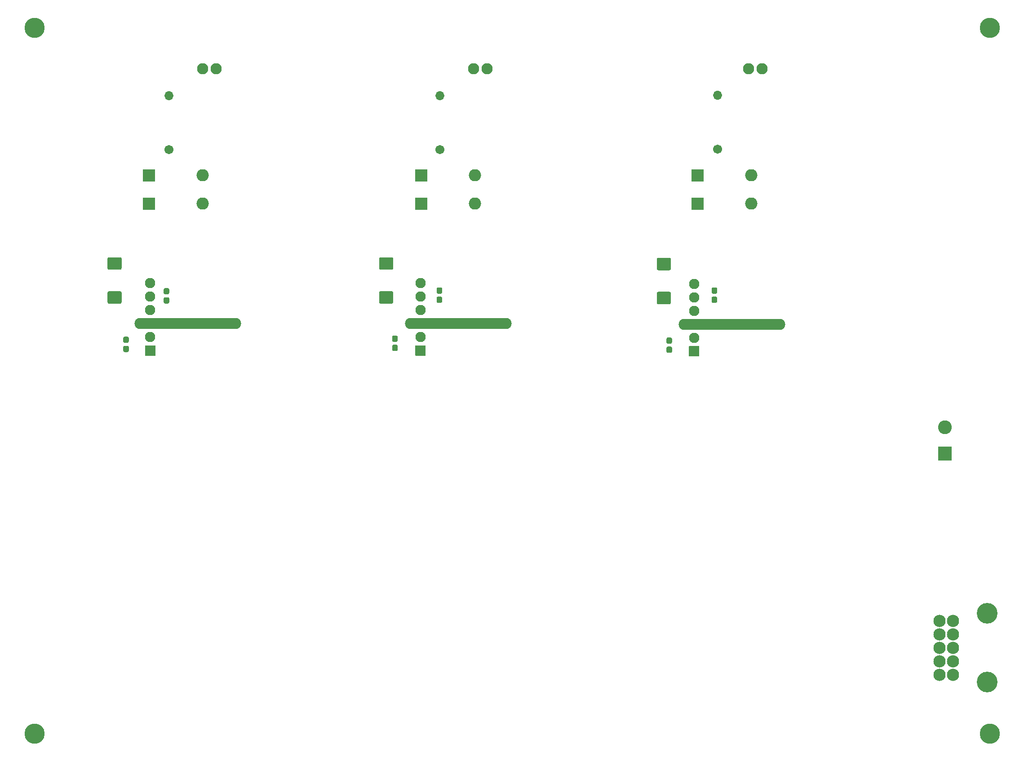
<source format=gbr>
%TF.GenerationSoftware,KiCad,Pcbnew,5.1.10-88a1d61d58~88~ubuntu20.04.1*%
%TF.CreationDate,2021-06-08T11:44:55+07:00*%
%TF.ProjectId,Analog_decoupling,416e616c-6f67-45f6-9465-636f75706c69,rev?*%
%TF.SameCoordinates,Original*%
%TF.FileFunction,Soldermask,Bot*%
%TF.FilePolarity,Negative*%
%FSLAX46Y46*%
G04 Gerber Fmt 4.6, Leading zero omitted, Abs format (unit mm)*
G04 Created by KiCad (PCBNEW 5.1.10-88a1d61d58~88~ubuntu20.04.1) date 2021-06-08 11:44:55*
%MOMM*%
%LPD*%
G01*
G04 APERTURE LIST*
%ADD10C,1.952000*%
%ADD11O,20.102000X2.102000*%
%ADD12C,3.902000*%
%ADD13C,2.702000*%
%ADD14O,1.702000X1.702000*%
%ADD15C,1.702000*%
%ADD16C,2.602000*%
%ADD17C,2.302000*%
%ADD18C,2.122000*%
%ADD19O,2.302000X2.302000*%
%ADD20C,3.802000*%
G04 APERTURE END LIST*
D10*
%TO.C,PS3*%
X191770000Y-104013000D03*
X191770000Y-106553000D03*
X191770000Y-109093000D03*
X191770000Y-114173000D03*
G36*
G01*
X192746000Y-115788000D02*
X192746000Y-117638000D01*
G75*
G02*
X192695000Y-117689000I-51000J0D01*
G01*
X190845000Y-117689000D01*
G75*
G02*
X190794000Y-117638000I0J51000D01*
G01*
X190794000Y-115788000D01*
G75*
G02*
X190845000Y-115737000I51000J0D01*
G01*
X192695000Y-115737000D01*
G75*
G02*
X192746000Y-115788000I0J-51000D01*
G01*
G37*
%TD*%
%TO.C,PS2*%
X140208000Y-103886000D03*
X140208000Y-106426000D03*
X140208000Y-108966000D03*
X140208000Y-114046000D03*
G36*
G01*
X141184000Y-115661000D02*
X141184000Y-117511000D01*
G75*
G02*
X141133000Y-117562000I-51000J0D01*
G01*
X139283000Y-117562000D01*
G75*
G02*
X139232000Y-117511000I0J51000D01*
G01*
X139232000Y-115661000D01*
G75*
G02*
X139283000Y-115610000I51000J0D01*
G01*
X141133000Y-115610000D01*
G75*
G02*
X141184000Y-115661000I0J-51000D01*
G01*
G37*
%TD*%
D11*
%TO.C,REF\u002A\u002A*%
X198882000Y-111633000D03*
%TD*%
%TO.C,REF\u002A\u002A*%
X147320000Y-111506000D03*
%TD*%
D10*
%TO.C,PS1*%
X89281000Y-103886000D03*
X89281000Y-106426000D03*
X89281000Y-108966000D03*
X89281000Y-114046000D03*
G36*
G01*
X90257000Y-115661000D02*
X90257000Y-117511000D01*
G75*
G02*
X90206000Y-117562000I-51000J0D01*
G01*
X88356000Y-117562000D01*
G75*
G02*
X88305000Y-117511000I0J51000D01*
G01*
X88305000Y-115661000D01*
G75*
G02*
X88356000Y-115610000I51000J0D01*
G01*
X90206000Y-115610000D01*
G75*
G02*
X90257000Y-115661000I0J-51000D01*
G01*
G37*
%TD*%
D11*
%TO.C,REF\u002A\u002A*%
X96393000Y-111506000D03*
%TD*%
D12*
%TO.C,REF\u002A\u002A*%
X247015000Y-166116000D03*
D13*
X247015000Y-166116000D03*
%TD*%
D12*
%TO.C,REF\u002A\u002A*%
X247015000Y-179070000D03*
D13*
X247015000Y-179070000D03*
%TD*%
D14*
%TO.C,R31*%
X196215000Y-68453000D03*
D15*
X196215000Y-78613000D03*
%TD*%
D14*
%TO.C,R17*%
X143891000Y-68580000D03*
D15*
X143891000Y-78740000D03*
%TD*%
D14*
%TO.C,R3*%
X92837000Y-68580000D03*
D15*
X92837000Y-78740000D03*
%TD*%
D16*
%TO.C,J5*%
X239014000Y-131017000D03*
G36*
G01*
X240264000Y-137318000D02*
X237764000Y-137318000D01*
G75*
G02*
X237713000Y-137267000I0J51000D01*
G01*
X237713000Y-134767000D01*
G75*
G02*
X237764000Y-134716000I51000J0D01*
G01*
X240264000Y-134716000D01*
G75*
G02*
X240315000Y-134767000I0J-51000D01*
G01*
X240315000Y-137267000D01*
G75*
G02*
X240264000Y-137318000I-51000J0D01*
G01*
G37*
%TD*%
D17*
%TO.C,J4*%
X237998000Y-177673000D03*
X240538000Y-177673000D03*
X237998000Y-175133000D03*
X240538000Y-175133000D03*
X237998000Y-172593000D03*
X240538000Y-172593000D03*
X237998000Y-170053000D03*
X240538000Y-170053000D03*
X237998000Y-167513000D03*
X240538000Y-167513000D03*
%TD*%
D18*
%TO.C,J3*%
X202057000Y-63500000D03*
X204597000Y-63500000D03*
%TD*%
%TO.C,J2*%
X150241000Y-63500000D03*
X152781000Y-63500000D03*
%TD*%
%TO.C,J1*%
X99187000Y-63512700D03*
X101727000Y-63512700D03*
%TD*%
D19*
%TO.C,D6*%
X202565000Y-83566000D03*
G36*
G01*
X191254000Y-84666000D02*
X191254000Y-82466000D01*
G75*
G02*
X191305000Y-82415000I51000J0D01*
G01*
X193505000Y-82415000D01*
G75*
G02*
X193556000Y-82466000I0J-51000D01*
G01*
X193556000Y-84666000D01*
G75*
G02*
X193505000Y-84717000I-51000J0D01*
G01*
X191305000Y-84717000D01*
G75*
G02*
X191254000Y-84666000I0J51000D01*
G01*
G37*
%TD*%
%TO.C,D5*%
X202565000Y-88900000D03*
G36*
G01*
X191254000Y-90000000D02*
X191254000Y-87800000D01*
G75*
G02*
X191305000Y-87749000I51000J0D01*
G01*
X193505000Y-87749000D01*
G75*
G02*
X193556000Y-87800000I0J-51000D01*
G01*
X193556000Y-90000000D01*
G75*
G02*
X193505000Y-90051000I-51000J0D01*
G01*
X191305000Y-90051000D01*
G75*
G02*
X191254000Y-90000000I0J51000D01*
G01*
G37*
%TD*%
%TO.C,D4*%
X150495000Y-83566000D03*
G36*
G01*
X139184000Y-84666000D02*
X139184000Y-82466000D01*
G75*
G02*
X139235000Y-82415000I51000J0D01*
G01*
X141435000Y-82415000D01*
G75*
G02*
X141486000Y-82466000I0J-51000D01*
G01*
X141486000Y-84666000D01*
G75*
G02*
X141435000Y-84717000I-51000J0D01*
G01*
X139235000Y-84717000D01*
G75*
G02*
X139184000Y-84666000I0J51000D01*
G01*
G37*
%TD*%
%TO.C,D3*%
X150495000Y-88900000D03*
G36*
G01*
X139184000Y-90000000D02*
X139184000Y-87800000D01*
G75*
G02*
X139235000Y-87749000I51000J0D01*
G01*
X141435000Y-87749000D01*
G75*
G02*
X141486000Y-87800000I0J-51000D01*
G01*
X141486000Y-90000000D01*
G75*
G02*
X141435000Y-90051000I-51000J0D01*
G01*
X139235000Y-90051000D01*
G75*
G02*
X139184000Y-90000000I0J51000D01*
G01*
G37*
%TD*%
%TO.C,D2*%
X99187000Y-83566000D03*
G36*
G01*
X87876000Y-84666000D02*
X87876000Y-82466000D01*
G75*
G02*
X87927000Y-82415000I51000J0D01*
G01*
X90127000Y-82415000D01*
G75*
G02*
X90178000Y-82466000I0J-51000D01*
G01*
X90178000Y-84666000D01*
G75*
G02*
X90127000Y-84717000I-51000J0D01*
G01*
X87927000Y-84717000D01*
G75*
G02*
X87876000Y-84666000I0J51000D01*
G01*
G37*
%TD*%
%TO.C,D1*%
X99187000Y-88900000D03*
G36*
G01*
X87876000Y-90000000D02*
X87876000Y-87800000D01*
G75*
G02*
X87927000Y-87749000I51000J0D01*
G01*
X90127000Y-87749000D01*
G75*
G02*
X90178000Y-87800000I0J-51000D01*
G01*
X90178000Y-90000000D01*
G75*
G02*
X90127000Y-90051000I-51000J0D01*
G01*
X87927000Y-90051000D01*
G75*
G02*
X87876000Y-90000000I0J51000D01*
G01*
G37*
%TD*%
%TO.C,C21*%
G36*
G01*
X184990332Y-105504000D02*
X187119668Y-105504000D01*
G75*
G02*
X187381000Y-105765332I0J-261332D01*
G01*
X187381000Y-107594668D01*
G75*
G02*
X187119668Y-107856000I-261332J0D01*
G01*
X184990332Y-107856000D01*
G75*
G02*
X184729000Y-107594668I0J261332D01*
G01*
X184729000Y-105765332D01*
G75*
G02*
X184990332Y-105504000I261332J0D01*
G01*
G37*
G36*
G01*
X184990332Y-99104000D02*
X187119668Y-99104000D01*
G75*
G02*
X187381000Y-99365332I0J-261332D01*
G01*
X187381000Y-101194668D01*
G75*
G02*
X187119668Y-101456000I-261332J0D01*
G01*
X184990332Y-101456000D01*
G75*
G02*
X184729000Y-101194668I0J261332D01*
G01*
X184729000Y-99365332D01*
G75*
G02*
X184990332Y-99104000I261332J0D01*
G01*
G37*
%TD*%
%TO.C,C20*%
G36*
G01*
X195317000Y-106419500D02*
X195843000Y-106419500D01*
G75*
G02*
X196106000Y-106682500I0J-263000D01*
G01*
X196106000Y-107333500D01*
G75*
G02*
X195843000Y-107596500I-263000J0D01*
G01*
X195317000Y-107596500D01*
G75*
G02*
X195054000Y-107333500I0J263000D01*
G01*
X195054000Y-106682500D01*
G75*
G02*
X195317000Y-106419500I263000J0D01*
G01*
G37*
G36*
G01*
X195317000Y-104694500D02*
X195843000Y-104694500D01*
G75*
G02*
X196106000Y-104957500I0J-263000D01*
G01*
X196106000Y-105608500D01*
G75*
G02*
X195843000Y-105871500I-263000J0D01*
G01*
X195317000Y-105871500D01*
G75*
G02*
X195054000Y-105608500I0J263000D01*
G01*
X195054000Y-104957500D01*
G75*
G02*
X195317000Y-104694500I263000J0D01*
G01*
G37*
%TD*%
%TO.C,C19*%
G36*
G01*
X187334000Y-115296000D02*
X186808000Y-115296000D01*
G75*
G02*
X186545000Y-115033000I0J263000D01*
G01*
X186545000Y-114382000D01*
G75*
G02*
X186808000Y-114119000I263000J0D01*
G01*
X187334000Y-114119000D01*
G75*
G02*
X187597000Y-114382000I0J-263000D01*
G01*
X187597000Y-115033000D01*
G75*
G02*
X187334000Y-115296000I-263000J0D01*
G01*
G37*
G36*
G01*
X187334000Y-117021000D02*
X186808000Y-117021000D01*
G75*
G02*
X186545000Y-116758000I0J263000D01*
G01*
X186545000Y-116107000D01*
G75*
G02*
X186808000Y-115844000I263000J0D01*
G01*
X187334000Y-115844000D01*
G75*
G02*
X187597000Y-116107000I0J-263000D01*
G01*
X187597000Y-116758000D01*
G75*
G02*
X187334000Y-117021000I-263000J0D01*
G01*
G37*
%TD*%
%TO.C,C12*%
G36*
G01*
X132666332Y-105402000D02*
X134795668Y-105402000D01*
G75*
G02*
X135057000Y-105663332I0J-261332D01*
G01*
X135057000Y-107492668D01*
G75*
G02*
X134795668Y-107754000I-261332J0D01*
G01*
X132666332Y-107754000D01*
G75*
G02*
X132405000Y-107492668I0J261332D01*
G01*
X132405000Y-105663332D01*
G75*
G02*
X132666332Y-105402000I261332J0D01*
G01*
G37*
G36*
G01*
X132666332Y-99002000D02*
X134795668Y-99002000D01*
G75*
G02*
X135057000Y-99263332I0J-261332D01*
G01*
X135057000Y-101092668D01*
G75*
G02*
X134795668Y-101354000I-261332J0D01*
G01*
X132666332Y-101354000D01*
G75*
G02*
X132405000Y-101092668I0J261332D01*
G01*
X132405000Y-99263332D01*
G75*
G02*
X132666332Y-99002000I261332J0D01*
G01*
G37*
%TD*%
%TO.C,C11*%
G36*
G01*
X143501000Y-106419500D02*
X144027000Y-106419500D01*
G75*
G02*
X144290000Y-106682500I0J-263000D01*
G01*
X144290000Y-107333500D01*
G75*
G02*
X144027000Y-107596500I-263000J0D01*
G01*
X143501000Y-107596500D01*
G75*
G02*
X143238000Y-107333500I0J263000D01*
G01*
X143238000Y-106682500D01*
G75*
G02*
X143501000Y-106419500I263000J0D01*
G01*
G37*
G36*
G01*
X143501000Y-104694500D02*
X144027000Y-104694500D01*
G75*
G02*
X144290000Y-104957500I0J-263000D01*
G01*
X144290000Y-105608500D01*
G75*
G02*
X144027000Y-105871500I-263000J0D01*
G01*
X143501000Y-105871500D01*
G75*
G02*
X143238000Y-105608500I0J263000D01*
G01*
X143238000Y-104957500D01*
G75*
G02*
X143501000Y-104694500I263000J0D01*
G01*
G37*
%TD*%
%TO.C,C10*%
G36*
G01*
X135645000Y-114941500D02*
X135119000Y-114941500D01*
G75*
G02*
X134856000Y-114678500I0J263000D01*
G01*
X134856000Y-114027500D01*
G75*
G02*
X135119000Y-113764500I263000J0D01*
G01*
X135645000Y-113764500D01*
G75*
G02*
X135908000Y-114027500I0J-263000D01*
G01*
X135908000Y-114678500D01*
G75*
G02*
X135645000Y-114941500I-263000J0D01*
G01*
G37*
G36*
G01*
X135645000Y-116666500D02*
X135119000Y-116666500D01*
G75*
G02*
X134856000Y-116403500I0J263000D01*
G01*
X134856000Y-115752500D01*
G75*
G02*
X135119000Y-115489500I263000J0D01*
G01*
X135645000Y-115489500D01*
G75*
G02*
X135908000Y-115752500I0J-263000D01*
G01*
X135908000Y-116403500D01*
G75*
G02*
X135645000Y-116666500I-263000J0D01*
G01*
G37*
%TD*%
%TO.C,C4*%
G36*
G01*
X81485332Y-105402000D02*
X83614668Y-105402000D01*
G75*
G02*
X83876000Y-105663332I0J-261332D01*
G01*
X83876000Y-107492668D01*
G75*
G02*
X83614668Y-107754000I-261332J0D01*
G01*
X81485332Y-107754000D01*
G75*
G02*
X81224000Y-107492668I0J261332D01*
G01*
X81224000Y-105663332D01*
G75*
G02*
X81485332Y-105402000I261332J0D01*
G01*
G37*
G36*
G01*
X81485332Y-99002000D02*
X83614668Y-99002000D01*
G75*
G02*
X83876000Y-99263332I0J-261332D01*
G01*
X83876000Y-101092668D01*
G75*
G02*
X83614668Y-101354000I-261332J0D01*
G01*
X81485332Y-101354000D01*
G75*
G02*
X81224000Y-101092668I0J261332D01*
G01*
X81224000Y-99263332D01*
G75*
G02*
X81485332Y-99002000I261332J0D01*
G01*
G37*
%TD*%
%TO.C,C3*%
G36*
G01*
X92066000Y-106546500D02*
X92592000Y-106546500D01*
G75*
G02*
X92855000Y-106809500I0J-263000D01*
G01*
X92855000Y-107460500D01*
G75*
G02*
X92592000Y-107723500I-263000J0D01*
G01*
X92066000Y-107723500D01*
G75*
G02*
X91803000Y-107460500I0J263000D01*
G01*
X91803000Y-106809500D01*
G75*
G02*
X92066000Y-106546500I263000J0D01*
G01*
G37*
G36*
G01*
X92066000Y-104821500D02*
X92592000Y-104821500D01*
G75*
G02*
X92855000Y-105084500I0J-263000D01*
G01*
X92855000Y-105735500D01*
G75*
G02*
X92592000Y-105998500I-263000J0D01*
G01*
X92066000Y-105998500D01*
G75*
G02*
X91803000Y-105735500I0J263000D01*
G01*
X91803000Y-105084500D01*
G75*
G02*
X92066000Y-104821500I263000J0D01*
G01*
G37*
%TD*%
%TO.C,C1*%
G36*
G01*
X84972000Y-115142500D02*
X84446000Y-115142500D01*
G75*
G02*
X84183000Y-114879500I0J263000D01*
G01*
X84183000Y-114228500D01*
G75*
G02*
X84446000Y-113965500I263000J0D01*
G01*
X84972000Y-113965500D01*
G75*
G02*
X85235000Y-114228500I0J-263000D01*
G01*
X85235000Y-114879500D01*
G75*
G02*
X84972000Y-115142500I-263000J0D01*
G01*
G37*
G36*
G01*
X84972000Y-116867500D02*
X84446000Y-116867500D01*
G75*
G02*
X84183000Y-116604500I0J263000D01*
G01*
X84183000Y-115953500D01*
G75*
G02*
X84446000Y-115690500I263000J0D01*
G01*
X84972000Y-115690500D01*
G75*
G02*
X85235000Y-115953500I0J-263000D01*
G01*
X85235000Y-116604500D01*
G75*
G02*
X84972000Y-116867500I-263000J0D01*
G01*
G37*
%TD*%
D20*
%TO.C,REF\u002A\u002A*%
X67462400Y-55798720D03*
%TD*%
%TO.C,REF\u002A\u002A*%
X67462400Y-188798200D03*
%TD*%
%TO.C,REF\u002A\u002A*%
X247462040Y-188798200D03*
%TD*%
%TO.C,REF\u002A\u002A*%
X247462040Y-55798720D03*
%TD*%
M02*

</source>
